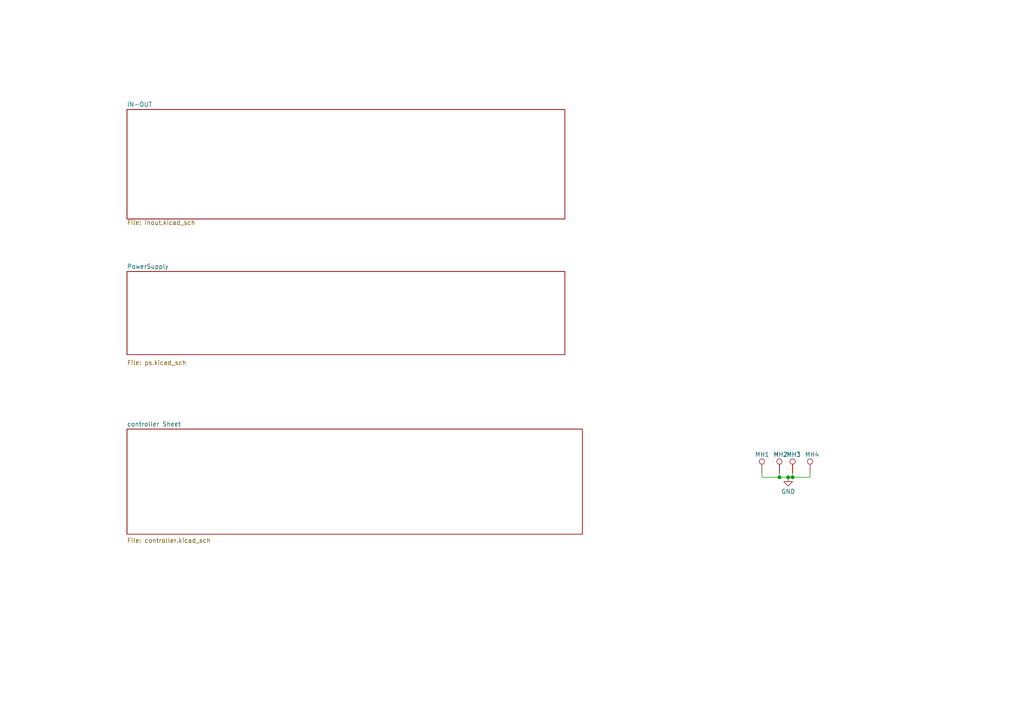
<source format=kicad_sch>
(kicad_sch (version 20230121) (generator eeschema)
  (paper "A4")
  (title_block (title "Radioberry Amp Controller") (date "2023-10-10") (rev "beta 0.1") (company "Appmind"))
  (lib_symbols
    (symbol "hermeslite:GND" (power) (pin_names (offset 0))
      (property "Value" "GND" (at 0 -3.81 0))
      (symbol "GND_0_1"
        (polyline (pts (xy 0 0) (xy 0 -1.27) (xy 1.27 -1.27) (xy 0 -2.54) (xy -1.27 -1.27) (xy 0 -1.27)))
      )
      (symbol "GND_1_1"
        (pin power_in line (at 0 0 270) (length 0) hide (name "GND") (number "1"))
      )
    )
    (symbol "hermeslite:TEST_1P" (pin_numbers hide) (pin_names (offset 0.762) hide)
      (property "Reference" "J" (at 0 6.858 0))
      (property "Value" "TEST_1P" (at 0 5.08 0))
      (symbol "TEST_1P_0_1"
        (circle (center 0 3.302) (radius 0.762))
      )
      (symbol "TEST_1P_1_1"
        (pin passive line (at 0 0 90) (length 2.54) (name "1") (number "1"))
      )
    )
  )
  (junction (at 226.06 138.43))
  (junction (at 228.6 138.43))
  (junction (at 229.87 138.43))
  (wire (pts (xy 234.95 138.43) (xy 234.95 137.16)))
  (wire (pts (xy 229.87 138.43) (xy 234.95 138.43)))
  (wire (pts (xy 220.98 137.16) (xy 220.98 138.43)))
  (wire (pts (xy 229.87 137.16) (xy 229.87 138.43)))
  (wire (pts (xy 226.06 138.43) (xy 228.6 138.43)))
  (wire (pts (xy 220.98 138.43) (xy 226.06 138.43)))
  (wire (pts (xy 226.06 137.16) (xy 226.06 138.43)))
  (wire (pts (xy 228.6 138.43) (xy 229.87 138.43)))
  (symbol (lib_id "hermeslite:TEST_1P") (at 220.98 137.16 0) (unit 1)
    (property "Reference" "MH1" (at 218.948 131.826 0) (effects (justify left)))
    (property "Value" "DNI" (effects hide))
    (property "Footprint" "hermeslite:m3" (effects hide))
    (property "Option" "DUMMY" (effects hide))
    (property "Key" "NOBOM" (effects hide))
  )
  (symbol (lib_id "hermeslite:TEST_1P") (at 234.95 137.16 0) (unit 1)
    (property "Reference" "MH4" (at 233.426 131.826 0) (effects (justify left)))
    (property "Value" "DNI" (effects hide))
    (property "Footprint" "hermeslite:m3" (effects hide))
    (property "Option" "DUMMY" (effects hide))
    (property "Key" "NOBOM" (effects hide))
  )
  (symbol (lib_id "hermeslite:TEST_1P") (at 226.06 137.16 0) (unit 1)
    (property "Reference" "MH2" (at 224.282 131.826 0) (effects (justify left)))
    (property "Value" "DNI" (effects hide))
    (property "Footprint" "hermeslite:m3" (effects hide))
    (property "Option" "DUMMY" (effects hide))
    (property "Key" "NOBOM" (effects hide))
  )
  (symbol (lib_id "hermeslite:TEST_1P") (at 229.87 137.16 0) (unit 1)
    (property "Reference" "MH3" (at 228.092 131.826 0) (effects (justify left)))
    (property "Value" "DNI" (effects hide))
    (property "Footprint" "hermeslite:m3" (effects hide))
    (property "Option" "DUMMY" (effects hide))
    (property "Key" "NOBOM" (effects hide))
  )
  (symbol (lib_id "hermeslite:GND") (at 228.6 138.43 0) (unit 1)
    (property "Reference" "#PWR059" (effects hide))
    (property "Value" "GND" (at 228.6 142.5631 0))
  )
  (sheet (at 36.83 31.75) (size 127 31.75) (stroke (width 0.1524))
    (property "Sheetname" "IN-OUT" (at 36.83 31.0384 0) (effects (justify left bottom)))
    (property "Sheetfile" "inout.kicad_sch" (at 36.83 63.8306 0) (effects (justify left top)))
  )
  (sheet (at 36.83 124.46) (size 132.08 30.48) (stroke (width 0.1524))
    (property "Sheetname" "controller Sheet" (at 36.83 123.7484 0) (effects (justify left bottom)))
    (property "Sheetfile" "controller.kicad_sch" (at 36.83 156.0326 0) (effects (justify left top)))
  )
  (sheet (at 36.83 78.74) (size 127 24.13) (stroke (width 0.1524))
    (property "Sheetname" "PowerSupply" (at 36.83 78.0284 0) (effects (justify left bottom)))
    (property "Sheetfile" "ps.kicad_sch" (at 36.83 104.4706 0) (effects (justify left top)))
  )
)
</source>
